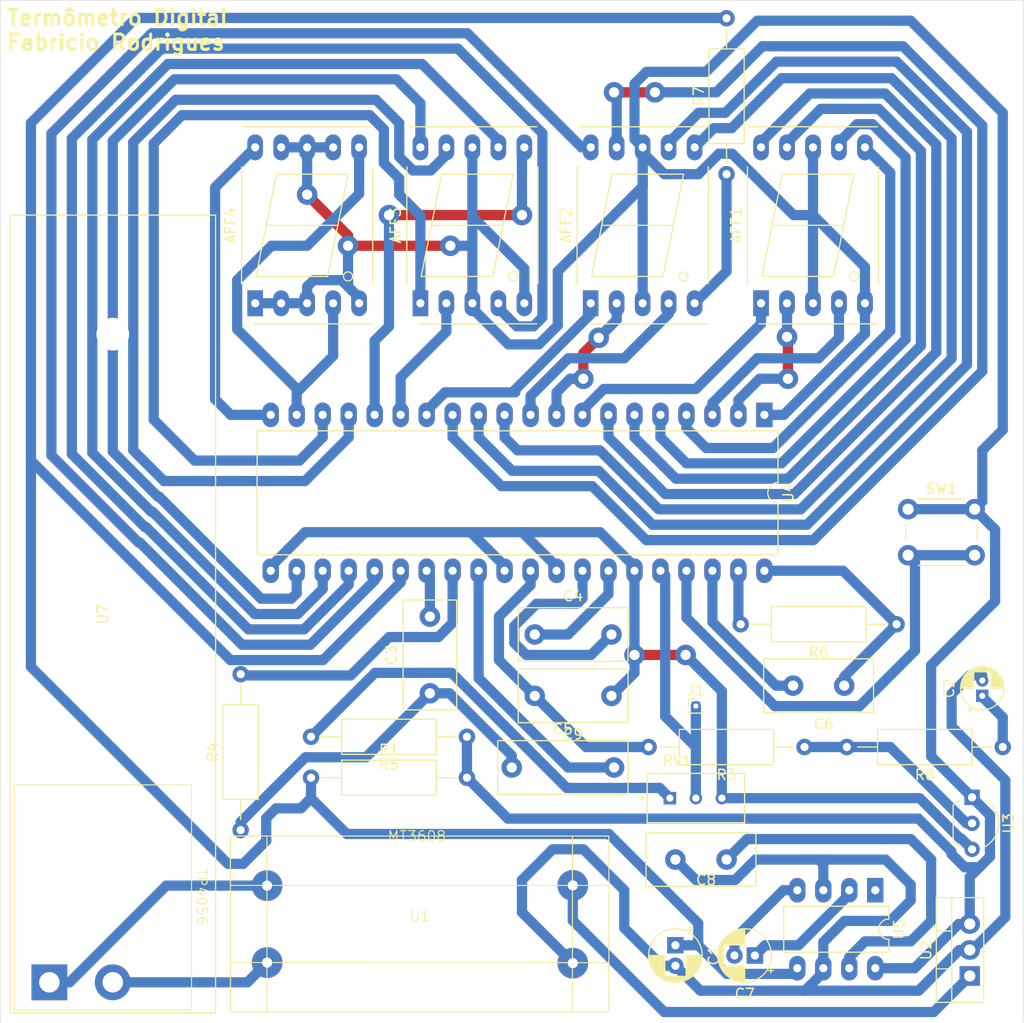
<source format=kicad_pcb>
(kicad_pcb (version 20240108) (generator "pcbnew") (generator_version "8.0")
  (layers (0 "F.Cu" signal) (31 "B.Cu" signal) (34 "B.Paste" user) (35 "F.Paste" user) (36 "B.SilkS" user "B.Silkscreen") (37 "F.SilkS" user "F.Silkscreen") (38 "B.Mask" user) (39 "F.Mask" user) (44 "Edge.Cuts" user))
  (net 0 "")
  (net 1 "Net-(AFF1-b)")
  (net 2 "Net-(AFF1-g)")
  (net 3 "Net-(AFF1-e)")
  (net 4 "Net-(AFF1-c)")
  (net 5 "Net-(AFF1-a)")
  (net 6 "Net-(AFF1-f)")
  (net 7 "Net-(AFF1-d)")
  (net 8 "Net-(AFF2-e)")
  (net 9 "Net-(AFF2-a)")
  (net 10 "Net-(AFF2-b)")
  (net 11 "Net-(AFF2-g)")
  (net 12 "Net-(AFF2-f)")
  (net 13 "Net-(AFF2-DP)")
  (net 14 "Net-(AFF2-c)")
  (net 15 "Net-(AFF2-d)")
  (net 16 "Net-(AFF3-e)")
  (net 17 "Net-(AFF3-b)")
  (net 18 "Net-(AFF3-c)")
  (net 19 "Net-(AFF3-d)")
  (net 20 "Net-(AFF3-g)")
  (net 21 "Net-(AFF3-a)")
  (net 22 "Net-(AFF3-f)")
  (net 23 "Net-(AFF4-b)")
  (net 24 "Net-(AFF4-g)")
  (net 25 "Net-(U4-INT)")
  (net 26 "Net-(C3-Pad1)")
  (net 27 "Net-(U4-CREF-)")
  (net 28 "Net-(U4-CREF+)")
  (net 29 "Net-(U4-A-Z)")
  (net 30 "Net-(U4-OSC3)")
  (net 31 "Net-(U4-OSC1)")
  (net 32 "Net-(U4-IN_HI)")
  (net 33 "Net-(U3-V_{OUT})")
  (net 34 "Net-(U4-BUFF)")
  (net 35 "Net-(R5-Pad2)")
  (net 36 "Net-(U4-OSC2)")
  (net 37 "GND")
  (net 38 "Net-(C2-Pad1)")
  (net 39 "VEE")
  (net 40 "Net-(U4-TEST)")
  (net 41 "Net-(U5-CAP+)")
  (net 42 "Net-(U5-CAP-)")
  (net 44 "Net-(U5-OSC)")
  (net 45 "VCC")
  (net 46 "Net-(J1-Pin_1)")
  (net 47 "Net-(U1-OUT+)")
  (net 48 "Net-(U1-IN-)")
  (net 49 "Net-(U1-IN+)")
  (footprint "Resistor_THT:R_Axial_DIN0309_L9.0mm_D3.2mm_P15.24mm_Horizontal" (layer "F.Cu") (at 209.62 119 180)
    (property "Reference" "R3")
    (property "Value" "1M")
  )
  (footprint "Resistor_THT:R_Axial_DIN0309_L9.0mm_D3.2mm_P15.24mm_Horizontal" (layer "F.Cu") (at 161.38 122)
    (property "Reference" "R1")
    (property "Value" "10k")
  )
  (footprint "Package_DIP:DIP-40_W15.24mm_LongPads" (layer "F.Cu") (at 205.7 86.53 -90)
    (property "Reference" "U4")
    (property "Value" "ICL7107CPL")
  )
  (footprint "Capacitor_THT:C_Disc_D12.5mm_W5.0mm_P10.00mm" (layer "F.Cu") (at 181 121)
    (property "Reference" "C5")
    (property "Value" "0.47uF")
  )
  (footprint "Capacitor_THT:CP_Radial_D5.0mm_P2.00mm" (layer "F.Cu") (at 204.772792 139.38 180)
    (property "Reference" "C7")
    (property "Value" "10uF")
  )
  (footprint "Package_TO_SOT_THT:TO-220-3_Vertical" (layer "F.Cu") (at 225.772792 141.38 90)
    (property "Reference" "U2")
    (property "Value" "L7805")
  )
  (footprint "Resistor_THT:R_Axial_DIN0309_L9.0mm_D3.2mm_P15.24mm_Horizontal" (layer "F.Cu") (at 202 63 90)
    (property "Reference" "R7")
    (property "Value" "1k5")
  )
  (footprint "Display_7Segment:7SegmentLED_LTS6760_LTS6780" (layer "F.Cu") (at 155.92 75.62 90)
    (property "Reference" "AFF4")
    (property "Value" "LTS-6960HR")
  )
  (footprint "Library:BatteryHolder_MPD_BH-18650-PC2" (layer "F.Cu") (at 142 70 -90)
    (property "Reference" "U7")
    (property "Value" "18650")
  )
  (footprint "Button_Switch_THT:SW_PUSH_6mm" (layer "F.Cu") (at 219.75 95.75)
    (property "Reference" "SW1")
    (property "Value" "SW_Push")
  )
  (footprint "Capacitor_THT:CP_Radial_D5.0mm_P2.00mm" (layer "F.Cu") (at 197 138.38 -90)
    (property "Reference" "C1")
    (property "Value" "10uF")
  )
  (footprint "Display_7Segment:7SegmentLED_LTS6760_LTS6780" (layer "F.Cu") (at 188.72 75.62 90)
    (property "Reference" "AFF2")
    (property "Value" "LTS-6960HR")
  )
  (footprint "Capacitor_THT:C_Disc_D10.5mm_W5.0mm_P7.50mm" (layer "F.Cu") (at 173 113.75 90)
    (property "Reference" "C3")
    (property "Value" "0.22uF")
  )
  (footprint "Connector_PinHeader_1.00mm:PinHeader_1x01_P1.00mm_Vertical" (layer "F.Cu") (at 199 115)
    (property "Reference" "J1")
    (property "Value" "Conn_01x01_Pin")
  )
  (footprint "Library:TRIM_3296W-1-250" (layer "F.Cu") (at 199 124)
    (property "Reference" "RV1")
    (property "Value" "10k")
  )
  (footprint "Display_7Segment:7SegmentLED_LTS6760_LTS6780" (layer "F.Cu") (at 172.07 75.62 90)
    (property "Reference" "AFF3")
    (property "Value" "LTS-6960HR")
  )
  (footprint "Library:MT3608" (layer "F.Cu") (at 172 136)
    (property "Reference" "U1")
    (property "Value" "MT3608")
  )
  (footprint "Library:TP4056" (layer "F.Cu") (at 142 134 -90)
    (property "Reference" "U6")
    (property "Value" "~")
  )
  (footprint "Capacitor_THT:C_Disc_D10.5mm_W5.0mm_P5.00mm" (layer "F.Cu") (at 202 130 180)
    (property "Reference" "C8")
    (property "Value" "1nF")
  )
  (footprint "Resistor_THT:R_Axial_DIN0309_L9.0mm_D3.2mm_P15.24mm_Horizontal" (layer "F.Cu") (at 229 119 180)
    (property "Reference" "R8")
    (property "Value" "75")
  )
  (footprint "Display_7Segment:7SegmentLED_LTS6760_LTS6780" (layer "F.Cu") (at 205.37 75.62 90)
    (property "Reference" "AFF1")
    (property "Value" "LTS-6960HR")
  )
  (footprint "Capacitor_THT:CP_Radial_D4.0mm_P1.50mm" (layer "F.Cu") (at 227 114 90)
    (property "Reference" "C2")
    (property "Value" "1uF")
  )
  (footprint "Capacitor_THT:C_Disc_D10.5mm_W5.0mm_P5.00mm" (layer "F.Cu") (at 213.5 113 180)
    (property "Reference" "C6")
    (property "Value" "100pF")
  )
  (footprint "Package_DIP:DIP-8_W7.62mm_LongPads" (layer "F.Cu") (at 216.54 133 -90)
    (property "Reference" "U5")
    (property "Value" "ICL7660")
  )
  (footprint "Resistor_THT:R_Axial_DIN0309_L9.0mm_D3.2mm_P15.24mm_Horizontal" (layer "F.Cu") (at 154.5 127.12 90)
    (property "Reference" "R4")
    (property "Value" "47K")
  )
  (footprint "Package_TO_SOT_THT:TO-92_Inline_Wide" (layer "F.Cu") (at 226 123.92 -90)
    (property "Reference" "U3")
    (property "Value" "LM35-LP")
  )
  (footprint "Resistor_THT:R_Axial_DIN0309_L9.0mm_D3.2mm_P15.24mm_Horizontal" (layer "F.Cu") (at 218.62 107 180)
    (property "Reference" "R6")
    (property "Value" "100k")
  )
  (footprint "Capacitor_THT:C_Disc_D10.5mm_W5.0mm_P7.50mm" (layer "F.Cu") (at 190.75 114 180)
    (property "Reference" "C9")
    (property "Value" "0.01uF")
  )
  (footprint "Capacitor_THT:C_Disc_D10.5mm_W5.0mm_P7.50mm" (layer "F.Cu") (at 183.25 108)
    (property "Reference" "C4")
    (property "Value" "0.1uF")
  )
  (footprint "Resistor_THT:R_Axial_DIN0309_L9.0mm_D3.2mm_P15.24mm_Horizontal" (layer "F.Cu") (at 176.62 118 180)
    (property "Reference" "R5")
    (property "Value" "24K")
  )
  (gr_rect (start 131 46) (end 231 146) (stroke (width 0.05)) (fill none) (layer "Edge.Cuts"))
  (gr_text "Termômetro Digital\nFabricio Rodrigues" (at 131.5 51 0) (layer "F.SilkS") (effects (font (size 1.5 1.5) (thickness 0.3) (bold yes)) (justify left bottom)))
  (segment (start 198.08 87.85) (end 200 89.77) (width 1) (layer "B.Cu") (net 1))
  (segment (start 198.08 86.53) (end 198.08 87.85) (width 1) (layer "B.Cu") (net 1))
  (segment (start 218 62.85) (end 215.53 60.38) (width 1) (layer "B.Cu") (net 1))
  (segment (start 206.545 89.77) (end 218 78.315) (width 1) (layer "B.Cu") (net 1))
  (segment (start 218 78.315) (end 218 62.85) (width 1) (layer "B.Cu") (net 1))
  (segment (start 200 89.77) (end 206.545 89.77) (width 1) (layer "B.Cu") (net 1))
  (segment (start 190.46 88.73) (end 196 94.27) (width 1) (layer "B.Cu") (net 2))
  (segment (start 217.502484 55.118) (end 210.132 55.118) (width 1) (layer "B.Cu") (net 2))
  (segment (start 222.5 60.115516) (end 217.502484 55.118) (width 1) (layer "B.Cu") (net 2))
  (segment (start 208.62132 94.27) (end 222.5 80.39132) (width 1) (layer "B.Cu") (net 2))
  (segment (start 222.5 80.39132) (end 222.5 60.115516) (width 1) (layer "B.Cu") (net 2))
  (segment (start 205.37 59.88) (end 205.37 60.38) (width 1) (layer "B.Cu") (net 2))
  (segment (start 190.46 86.53) (end 190.46 88.73) (width 1) (layer "B.Cu") (net 2))
  (segment (start 210.132 55.118) (end 205.37 59.88) (width 1) (layer "B.Cu") (net 2))
  (segment (start 196 94.27) (end 208.62132 94.27) (width 1) (layer "B.Cu") (net 2))
  (segment (start 205.37 75.62) (end 205.37 77.63) (width 1) (layer "B.Cu") (net 3))
  (segment (start 199 84) (end 190 84) (width 1) (layer "B.Cu") (net 3))
  (segment (start 190 84) (end 187.92 86.08) (width 1) (layer "B.Cu") (net 3))
  (segment (start 187.92 86.08) (end 187.92 86.53) (width 1) (layer "B.Cu") (net 3))
  (segment (start 205.37 77.63) (end 199 84) (width 1) (layer "B.Cu") (net 3))
  (segment (start 211 81) (end 205 81) (width 1) (layer "B.Cu") (net 4))
  (segment (start 205 81) (end 200.62 85.38) (width 1) (layer "B.Cu") (net 4))
  (segment (start 212.99 79.01) (end 211 81) (width 1) (layer "B.Cu") (net 4))
  (segment (start 200.62 85.38) (end 200.62 86.53) (width 1) (layer "B.Cu") (net 4))
  (segment (start 212.99 75.62) (end 212.99 79.01) (width 1) (layer "B.Cu") (net 4))
  (segment (start 219.5 61.358156) (end 216.259844 58.118) (width 1) (layer "B.Cu") (net 5))
  (segment (start 219.5 79.14868) (end 219.5 61.358156) (width 1) (layer "B.Cu") (net 5))
  (segment (start 214.752 58.118) (end 212.99 59.88) (width 1) (layer "B.Cu") (net 5))
  (segment (start 216.259844 58.118) (end 214.752 58.118) (width 1) (layer "B.Cu") (net 5))
  (segment (start 212.99 59.88) (end 212.99 60.38) (width 1) (layer "B.Cu") (net 5))
  (segment (start 195.54 86.53) (end 195.54 88.73) (width 1) (layer "B.Cu") (net 5))
  (segment (start 207.37868 91.27) (end 219.5 79.14868) (width 1) (layer "B.Cu") (net 5))
  (segment (start 195.54 88.73) (end 198.08 91.27) (width 1) (layer "B.Cu") (net 5))
  (segment (start 198.08 91.27) (end 207.37868 91.27) (width 1) (layer "B.Cu") (net 5))
  (segment (start 193 88.73) (end 197.04 92.77) (width 1) (layer "B.Cu") (net 6))
  (segment (start 211.220156 56.618) (end 207.91 59.928156) (width 1) (layer "B.Cu") (net 6))
  (segment (start 221 60.736836) (end 216.881164 56.618) (width 1) (layer "B.Cu") (net 6))
  (segment (start 221 79.77) (end 221 60.736836) (width 1) (layer "B.Cu") (net 6))
  (segment (start 208 92.77) (end 221 79.77) (width 1) (layer "B.Cu") (net 6))
  (segment (start 193 86.53) (end 193 88.73) (width 1) (layer "B.Cu") (net 6))
  (segment (start 216.881164 56.618) (end 211.220156 56.618) (width 1) (layer "B.Cu") (net 6))
  (segment (start 207.91 59.928156) (end 207.91 60.38) (width 1) (layer "B.Cu") (net 6))
  (segment (start 197.04 92.77) (end 208 92.77) (width 1) (layer "B.Cu") (net 6))
  (segment (start 208 83) (end 208 79) (width 1) (layer "F.Cu") (net 7))
  (segment (start 208 79) (end 207.91 78.91) (width 1) (layer "F.Cu") (net 7))
  (via (at 207.91 78.91) (size 2) (drill 1) (layers "F.Cu" "B.Cu") (net 7))
  (via (at 208 83) (size 2) (drill 1) (layers "F.Cu" "B.Cu") (net 7))
  (segment (start 203.16 86.53) (end 203.16 85.07) (width 1) (layer "B.Cu") (net 7))
  (segment (start 203.16 85.07) (end 205.23 83) (width 1) (layer "B.Cu") (net 7))
  (segment (start 207.91 75.62) (end 207.91 78.91) (width 1) (layer "B.Cu") (net 7))
  (segment (start 205.23 83) (end 208 83) (width 1) (layer "B.Cu") (net 7))
  (segment (start 181.34 84.06781) (end 188.72 76.68781) (width 1) (layer "B.Cu") (net 8))
  (segment (start 174.474416 84.33) (end 181.34 84.33) (width 1) (layer "B.Cu") (net 8))
  (segment (start 172.68 86.53) (end 172.68 86.124416) (width 1) (layer "B.Cu") (net 8))
  (segment (start 181.34 84.33) (end 181.34 84.06781) (width 1) (layer "B.Cu") (net 8))
  (segment (start 172.68 86.124416) (end 174.474416 84.33) (width 1) (layer "B.Cu") (net 8))
  (segment (start 188.72 76.68781) (end 188.72 75.62) (width 1) (layer "B.Cu") (net 8))
  (segment (start 199.268156 57) (end 196.34 59.928156) (width 1) (layer "B.Cu") (net 9))
  (segment (start 181.03 92) (end 189.48736 92) (width 1) (layer "B.Cu") (net 9))
  (segment (start 194.75736 97.27) (end 209.86396 97.27) (width 1) (layer "B.Cu") (net 9))
  (segment (start 196.34 59.928156) (end 196.34 60.38) (width 1) (layer "B.Cu") (net 9))
  (segment (start 177.76 86.53) (end 177.76 88.73) (width 1) (layer "B.Cu") (net 9))
  (segment (start 206.87868 52) (end 201.87868 57) (width 1) (layer "B.Cu") (net 9))
  (segment (start 225.5 58.872876) (end 218.627124 52) (width 1) (layer "B.Cu") (net 9))
  (segment (start 177.76 88.73) (end 181.03 92) (width 1) (layer "B.Cu") (net 9))
  (segment (start 218.627124 52) (end 206.87868 52) (width 1) (layer "B.Cu") (net 9))
  (segment (start 225.5 81.63396) (end 225.5 58.872876) (width 1) (layer "B.Cu") (net 9))
  (segment (start 189.48736 92) (end 194.75736 97.27) (width 1) (layer "B.Cu") (net 9))
  (segment (start 201.87868 57) (end 199.268156 57) (width 1) (layer "B.Cu") (net 9))
  (segment (start 209.86396 97.27) (end 225.5 81.63396) (width 1) (layer "B.Cu") (net 9))
  (segment (start 207.382 53.618) (end 202.5 58.5) (width 1) (layer "B.Cu") (net 10))
  (segment (start 189.60868 90) (end 195.37868 95.77) (width 1) (layer "B.Cu") (net 10))
  (segment (start 181.57 90) (end 189.60868 90) (width 1) (layer "B.Cu") (net 10))
  (segment (start 218.123804 53.618) (end 207.382 53.618) (width 1) (layer "B.Cu") (net 10))
  (segment (start 224 81.01264) (end 224 59.494196) (width 1) (layer "B.Cu") (net 10))
  (segment (start 195.37868 95.77) (end 209.24264 95.77) (width 1) (layer "B.Cu") (net 10))
  (segment (start 209.24264 95.77) (end 224 81.01264) (width 1) (layer "B.Cu") (net 10))
  (segment (start 224 59.494196) (end 218.123804 53.618) (width 1) (layer "B.Cu") (net 10))
  (segment (start 202.5 58.5) (end 200.76 58.5) (width 1) (layer "B.Cu") (net 10))
  (segment (start 200.76 58.5) (end 198.88 60.38) (width 1) (layer "B.Cu") (net 10))
  (segment (start 180.3 88.73) (end 181.57 90) (width 1) (layer "B.Cu") (net 10))
  (segment (start 180.3 86.53) (end 180.3 88.73) (width 1) (layer "B.Cu") (net 10))
  (segment (start 136 59.03) (end 136 90.48528) (width 1) (layer "B.Cu") (net 11))
  (segment (start 167.6 102.71396) (end 167.6 101.77) (width 1) (layer "B.Cu") (net 11))
  (segment (start 187.82 60.38) (end 176.67 49.23) (width 1) (layer "B.Cu") (net 11))
  (segment (start 161.31396 109) (end 167.6 102.71396) (width 1) (layer "B.Cu") (net 11))
  (segment (start 154.63604 109) (end 161.31396 109) (width 1) (layer "B.Cu") (net 11))
  (segment (start 144.63604 99) (end 154.63604 109) (width 1) (layer "B.Cu") (net 11))
  (segment (start 144.51472 99) (end 144.63604 99) (width 1) (layer "B.Cu") (net 11))
  (segment (start 176.67 49.23) (end 145.8 49.23) (width 1) (layer "B.Cu") (net 11))
  (segment (start 136 90.48528) (end 144.51472 99) (width 1) (layer "B.Cu") (net 11))
  (segment (start 145.8 49.23) (end 136 59.03) (width 1) (layer "B.Cu") (net 11))
  (segment (start 188.72 60.38) (end 187.82 60.38) (width 1) (layer "B.Cu") (net 11))
  (segment (start 191 55) (end 195 55) (width 1) (layer "F.Cu") (net 12))
  (via (at 195 55) (size 2) (drill 1) (layers "F.Cu" "B.Cu") (net 12))
  (via (at 191 55) (size 2) (drill 1) (layers "F.Cu" "B.Cu") (net 12))
  (segment (start 191 55) (end 191.26 55.26) (width 1) (layer "B.Cu") (net 12))
  (segment (start 179.99 93.5) (end 188.86604 93.5) (width 1) (layer "B.Cu") (net 12))
  (segment (start 188.86604 93.5) (end 194.13604 98.77) (width 1) (layer "B.Cu") (net 12))
  (segment (start 191.26 55.26) (end 191.26 60.38) (width 1) (layer "B.Cu") (net 12))
  (segment (start 227 58.251556) (end 219.248444 50.5) (width 1) (layer "B.Cu") (net 12))
  (segment (start 205.5 50.5) (end 201 55) (width 1) (layer "B.Cu") (net 12))
  (segment (start 201 55) (end 195 55) (width 1) (layer "B.Cu") (net 12))
  (segment (start 227 81.77) (end 227 58.251556) (width 1) (layer "B.Cu") (net 12))
  (segment (start 175.22 86.53) (end 175.22 88.73) (width 1) (layer "B.Cu") (net 12))
  (segment (start 175.22 88.73) (end 179.99 93.5) (width 1) (layer "B.Cu") (net 12))
  (segment (start 219.248444 50.5) (end 205.5 50.5) (width 1) (layer "B.Cu") (net 12))
  (segment (start 194.13604 98.77) (end 210.48528 98.77) (width 1) (layer "B.Cu") (net 12))
  (segment (start 227 82.25528) (end 227 81.77) (width 1) (layer "B.Cu") (net 12))
  (segment (start 210.48528 98.77) (end 227 82.25528) (width 1) (layer "B.Cu") (net 12))
  (segment (start 202 72.5) (end 202 63) (width 1) (layer "B.Cu") (net 13))
  (segment (start 198.88 75.62) (end 202 72.5) (width 1) (layer "B.Cu") (net 13))
  (segment (start 186.52913 81) (end 192 81) (width 1) (layer "B.Cu") (net 14))
  (segment (start 182.84 84.68913) (end 186.52913 81) (width 1) (layer "B.Cu") (net 14))
  (segment (start 182.84 86.53) (end 182.84 84.68913) (width 1) (layer "B.Cu") (net 14))
  (segment (start 196.34 76.66) (end 196.34 75.62) (width 1) (layer "B.Cu") (net 14))
  (segment (start 192 81) (end 196.34 76.66) (width 1) (layer "B.Cu") (net 14))
  (segment (start 188 83) (end 188 80.5) (width 1) (layer "F.Cu") (net 15))
  (segment (start 189.5 79.02) (end 189.5 79) (width 1) (layer "F.Cu") (net 15))
  (segment (start 188 80.5) (end 189.5 79) (width 1) (layer "F.Cu") (net 15))
  (via (at 188 83) (size 2) (drill 1) (layers "F.Cu" "B.Cu") (net 15))
  (via (at 189.5 79) (size 2) (drill 1) (layers "F.Cu" "B.Cu") (net 15))
  (segment (start 191.26 77.24) (end 191.26 75.62) (width 1) (layer "B.Cu") (net 15))
  (segment (start 185.38 84.33) (end 185.38 86.53) (width 1) (layer "B.Cu") (net 15))
  (segment (start 188 83) (end 186.71 83) (width 1) (layer "B.Cu") (net 15))
  (segment (start 186.71 83) (end 185.38 84.33) (width 1) (layer "B.Cu") (net 15))
  (segment (start 189.5 79) (end 191.26 77.24) (width 1) (layer "B.Cu") (net 15))
  (segment (start 160.25 91) (end 162.52 88.73) (width 1) (layer "B.Cu") (net 16))
  (segment (start 167.10868 57.23) (end 148.77 57.23) (width 1) (layer "B.Cu") (net 16))
  (segment (start 172.07 75.62) (end 172.07 67.07) (width 1) (layer "B.Cu") (net 16))
  (segment (start 162.52 88.73) (end 162.52 86.53) (width 1) (layer "B.Cu") (net 16))
  (segment (start 170 63.423164) (end 168.5 61.923164) (width 1) (layer "B.Cu") (net 16))
  (segment (start 172.07 67.07) (end 170 65) (width 1) (layer "B.Cu") (net 16))
  (segment (start 146 87) (end 150 91) (width 1) (layer "B.Cu") (net 16))
  (segment (start 146 60) (end 146 87) (width 1) (layer "B.Cu") (net 16))
  (segment (start 170 65) (end 170 63.423164) (width 1) (layer "B.Cu") (net 16))
  (segment (start 168.5 61.923164) (end 168.5 58.62132) (width 1) (layer "B.Cu") (net 16))
  (segment (start 148.77 57.23) (end 146 60) (width 1) (layer "B.Cu") (net 16))
  (segment (start 168.5 58.62132) (end 167.10868 57.23) (width 1) (layer "B.Cu") (net 16))
  (segment (start 150 91) (end 160.25 91) (width 1) (layer "B.Cu") (net 16))
  (segment (start 169 67) (end 182 67) (width 1) (layer "F.Cu") (net 17))
  (via (at 169 67) (size 2) (drill 1) (layers "F.Cu" "B.Cu") (net 17))
  (via (at 182 67) (size 2) (drill 1) (layers "F.Cu" "B.Cu") (net 17))
  (segment (start 169 67) (end 169 77.882) (width 1) (layer "B.Cu") (net 17))
  (segment (start 169 77.882) (end 167.6 79.282) (width 1) (layer "B.Cu") (net 17))
  (segment (start 182.23 60.38) (end 182 60.61) (width 1) (layer "B.Cu") (net 17))
  (segment (start 182 60.61) (end 182 67) (width 1) (layer "B.Cu") (net 17))
  (segment (start 167.6 79.282) (end 167.6 86.53) (width 1) (layer "B.Cu") (net 17))
  (segment (start 160.69264 107.5) (end 155.25736 107.5) (width 1) (layer "B.Cu") (net 18))
  (segment (start 165.06 101.77) (end 165.06 103.13264) (width 1) (layer "B.Cu") (net 18))
  (segment (start 184 77) (end 183.118 77.882) (width 1) (layer "B.Cu") (net 18))
  (segment (start 165.06 103.13264) (end 160.69264 107.5) (width 1) (layer "B.Cu") (net 18))
  (segment (start 138 90.36396) (end 138 59.49953) (width 1) (layer "B.Cu") (net 18))
  (segment (start 145.13604 97.5) (end 138 90.36396) (width 1) (layer "B.Cu") (net 18))
  (segment (start 146.76953 50.73) (end 175.73 50.73) (width 1) (layer "B.Cu") (net 18))
  (segment (start 179.69 76.071844) (end 179.69 75.62) (width 1) (layer "B.Cu") (net 18))
  (segment (start 181.500156 77.882) (end 179.69 76.071844) (width 1) (layer "B.Cu") (net 18))
  (segment (start 138 59.49953) (end 146.76953 50.73) (width 1) (layer "B.Cu") (net 18))
  (segment (start 184 59) (end 184 77) (width 1) (layer "B.Cu") (net 18))
  (segment (start 155.25736 107.5) (end 145.25736 97.5) (width 1) (layer "B.Cu") (net 18))
  (segment (start 145.25736 97.5) (end 145.13604 97.5) (width 1) (layer "B.Cu") (net 18))
  (segment (start 175.73 50.73) (end 184 59) (width 1) (layer "B.Cu") (net 18))
  (segment (start 183.118 77.882) (end 181.500156 77.882) (width 1) (layer "B.Cu") (net 18))
  (segment (start 170.14 86.53) (end 170.14 82.86) (width 1) (layer "B.Cu") (net 19))
  (segment (start 170.14 82.86) (end 174.61 78.39) (width 1) (layer "B.Cu") (net 19))
  (segment (start 174.61 78.39) (end 174.61 75.62) (width 1) (layer "B.Cu") (net 19))
  (segment (start 142 59.74217) (end 142 90.12132) (width 1) (layer "B.Cu") (net 20))
  (segment (start 172.07 56.07) (end 169.73 53.73) (width 1) (layer "B.Cu") (net 20))
  (segment (start 159.45 104.5) (end 159.98 103.97) (width 1) (layer "B.Cu") (net 20))
  (segment (start 156.5 104.5) (end 159.45 104.5) (width 1) (layer "B.Cu") (net 20))
  (segment (start 159.98 103.97) (end 159.98 101.77) (width 1) (layer "B.Cu") (net 20))
  (segment (start 172.07 60.38) (end 172.07 56.07) (width 1) (layer "B.Cu") (net 20))
  (segment (start 146.37868 94.5) (end 146.5 94.5) (width 1) (layer "B.Cu") (net 20))
  (segment (start 148.01217 53.73) (end 142 59.74217) (width 1) (layer "B.Cu") (net 20))
  (segment (start 146.5 94.5) (end 156.5 104.5) (width 1) (layer "B.Cu") (net 20))
  (segment (start 142 90.12132) (end 146.37868 94.5) (width 1) (layer "B.Cu") (net 20))
  (segment (start 169.73 53.73) (end 148.01217 53.73) (width 1) (layer "B.Cu") (net 20))
  (segment (start 160.07132 106) (end 155.87868 106) (width 1) (layer "B.Cu") (net 21))
  (segment (start 162.52 101.77) (end 162.52 103.55132) (width 1) (layer "B.Cu") (net 21))
  (segment (start 145.87868 96) (end 145.75736 96) (width 1) (layer "B.Cu") (net 21))
  (segment (start 155.87868 106) (end 145.87868 96) (width 1) (layer "B.Cu") (net 21))
  (segment (start 145.75736 96) (end 140 90.24264) (width 1) (layer "B.Cu") (net 21))
  (segment (start 179.69 59.69) (end 179.69 60.38) (width 1) (layer "B.Cu") (net 21))
  (segment (start 140 59.62085) (end 147.39085 52.23) (width 1) (layer "B.Cu") (net 21))
  (segment (start 140 90.24264) (end 140 59.62085) (width 1) (layer "B.Cu") (net 21))
  (segment (start 147.39085 52.23) (end 172.23 52.23) (width 1) (layer "B.Cu") (net 21))
  (segment (start 172.23 52.23) (end 179.69 59.69) (width 1) (layer "B.Cu") (net 21))
  (segment (start 162.52 103.55132) (end 160.07132 106) (width 1) (layer "B.Cu") (net 21))
  (segment (start 173.078922 62.642) (end 174.61 61.110922) (width 1) (layer "B.Cu") (net 22))
  (segment (start 165.06 88.73) (end 160.79 93) (width 1) (layer "B.Cu") (net 22))
  (segment (start 144 59.87868) (end 148.14868 55.73) (width 1) (layer "B.Cu") (net 22))
  (segment (start 144 90) (end 144 59.87868) (width 1) (layer "B.Cu") (net 22))
  (segment (start 170 58) (end 170 61.301844) (width 1) (layer "B.Cu") (net 22))
  (segment (start 170 61.301844) (end 171.340156 62.642) (width 1) (layer "B.Cu") (net 22))
  (segment (start 165.06 86.53) (end 165.06 88.73) (width 1) (layer "B.Cu") (net 22))
  (segment (start 147 93) (end 144 90) (width 1) (layer "B.Cu") (net 22))
  (segment (start 167.73 55.73) (end 170 58) (width 1) (layer "B.Cu") (net 22))
  (segment (start 148.14868 55.73) (end 167.73 55.73) (width 1) (layer "B.Cu") (net 22))
  (segment (start 171.340156 62.642) (end 173.078922 62.642) (width 1) (layer "B.Cu") (net 22))
  (segment (start 174.61 61.110922) (end 174.61 60.38) (width 1) (layer "B.Cu") (net 22))
  (segment (start 160.79 93) (end 147 93) (width 1) (layer "B.Cu") (net 22))
  (segment (start 154.158 73.358) (end 154.158 78.158) (width 1) (layer "B.Cu") (net 23))
  (segment (start 159.98 86.53) (end 159.98 84.33) (width 1) (layer "B.Cu") (net 23))
  (segment (start 157.516 70) (end 154.158 73.358) (width 1) (layer "B.Cu") (net 23))
  (segment (start 166.08 64.92) (end 161 70) (width 1) (layer "B.Cu") (net 23))
  (segment (start 161 70) (end 157.516 70) (width 1) (layer "B.Cu") (net 23))
  (segment (start 154.158 78.158) (end 160.155 84.155) (width 1) (layer "B.Cu") (net 23))
  (segment (start 163.54 75.62) (end 163.54 80.77) (width 1) (layer "B.Cu") (net 23))
  (segment (start 166.08 60.38) (end 166.08 64.92) (width 1) (layer "B.Cu") (net 23))
  (segment (start 163.54 80.77) (end 159.98 84.33) (width 1) (layer "B.Cu") (net 23))
  (segment (start 152 85) (end 152 64.3) (width 1) (layer "B.Cu") (net 24))
  (segment (start 153.53 86.53) (end 152 85) (width 1) (layer "B.Cu") (net 24))
  (segment (start 157.44 86.53) (end 153.53 86.53) (width 1) (layer "B.Cu") (net 24))
  (segment (start 152 64.3) (end 155.92 60.38) (width 1) (layer "B.Cu") (net 24))
  (segment (start 173 106.25) (end 173 102.09) (width 1) (layer "B.Cu") (net 25))
  (segment (start 173 102.09) (end 172.68 101.77) (width 1) (layer "B.Cu") (net 25))
  (segment (start 166.75 120) (end 160.834415 120) (width 1) (layer "B.Cu") (net 26))
  (segment (start 173 113.75) (end 166.75 120) (width 1) (layer "B.Cu") (net 26))
  (segment (start 181 121) (end 181 119.834415) (width 1) (layer "B.Cu") (net 26))
  (segment (start 154.5 126.334415) (end 154.5 127.12) (width 1) (layer "B.Cu") (net 26))
  (segment (start 181 119.834415) (end 174.915585 113.75) (width 1) (layer "B.Cu") (net 26))
  (segment (start 174.915585 113.75) (end 173 113.75) (width 1) (layer "B.Cu") (net 26))
  (segment (start 160.834415 120) (end 154.5 126.334415) (width 1) (layer "B.Cu") (net 26))
  (segment (start 182.421572 110) (end 181.25 108.828428) (width 1) (layer "B.Cu") (net 27))
  (segment (start 183.421572 105) (end 187.38434 105) (width 1) (layer "B.Cu") (net 27))
  (segment (start 190.75 108) (end 188.75 110) (width 1) (layer "B.Cu") (net 27))
  (segment (start 187.92 104.46434) (end 187.92 101.77) (width 1) (layer "B.Cu") (net 27))
  (segment (start 188.75 110) (end 182.421572 110) (width 1) (layer "B.Cu") (net 27))
  (segment (start 187.38434 105) (end 187.92 104.46434) (width 1) (layer "B.Cu") (net 27))
  (segment (start 181.25 108.828428) (end 181.25 107.171572) (width 1) (layer "B.Cu") (net 27))
  (segment (start 181.25 107.171572) (end 183.421572 105) (width 1) (layer "B.Cu") (net 27))
  (segment (start 186.50566 108) (end 190.46 104.04566) (width 1) (layer "B.Cu") (net 28))
  (segment (start 183.25 108) (end 186.50566 108) (width 1) (layer "B.Cu") (net 28))
  (segment (start 190.46 104.04566) (end 190.46 101.77) (width 1) (layer "B.Cu") (net 28))
  (segment (start 191 121) (end 186.5 121) (width 1) (layer "B.Cu") (net 29))
  (segment (start 186.5 121) (end 177.76 112.26) (width 1) (layer "B.Cu") (net 29))
  (segment (start 177.76 112.26) (end 177.76 101.77) (width 1) (layer "B.Cu") (net 29))
  (segment (start 200.62 106.785585) (end 200.62 101.77) (width 1) (layer "B.Cu") (net 30))
  (segment (start 208.5 113) (end 206.834415 113) (width 1) (layer "B.Cu") (net 30))
  (segment (start 206.834415 113) (end 200.62 106.785585) (width 1) (layer "B.Cu") (net 30))
  (segment (start 213.5 112.12) (end 218.62 107) (width 1) (layer "B.Cu") (net 31))
  (segment (start 213.5 113) (end 213.5 112.12) (width 1) (layer "B.Cu") (net 31))
  (segment (start 205.7 101.77) (end 213.39 101.77) (width 1) (layer "B.Cu") (net 31))
  (segment (start 213.39 101.77) (end 218.62 107) (width 1) (layer "B.Cu") (net 31))
  (segment (start 188.25 119) (end 183.25 114) (width 1) (layer "B.Cu") (net 32))
  (segment (start 183.25 114) (end 179.75 110.5) (width 1) (layer "B.Cu") (net 32))
  (segment (start 194.38 119) (end 188.25 119) (width 1) (layer "B.Cu") (net 32))
  (segment (start 179.75 106.25) (end 182.84 103.16) (width 1) (layer "B.Cu") (net 32))
  (segment (start 179.75 110.5) (end 179.75 106.25) (width 1) (layer "B.Cu") (net 32))
  (segment (start 182.84 103.16) (end 182.84 101.77) (width 1) (layer "B.Cu") (net 32))
  (segment (start 226 126.46) (end 225.46 126.46) (width 1) (layer "B.Cu") (net 33))
  (segment (start 213.76 119) (end 209.62 119) (width 1) (layer "B.Cu") (net 33))
  (segment (start 225.46 126.46) (end 218 119) (width 1) (layer "B.Cu") (net 33))
  (segment (start 218 119) (end 213.76 119) (width 1) (layer "B.Cu") (net 33))
  (segment (start 175.22 106.858428) (end 175.22 101.77) (width 1) (layer "B.Cu") (net 34))
  (segment (start 165.25868 112) (end 169.00868 108.25) (width 1) (layer "B.Cu") (net 34))
  (segment (start 154.5 112) (end 165.25868 112) (width 1) (layer "B.Cu") (net 34))
  (segment (start 169.00868 108.25) (end 173.828428 108.25) (width 1) (layer "B.Cu") (net 34))
  (segment (start 173.828428 108.25) (end 175.22 106.858428) (width 1) (layer "B.Cu") (net 34))
  (segment (start 195.46 123) (end 186.37868 123) (width 1) (layer "B.Cu") (net 35))
  (segment (start 175.12868 111.75) (end 167.63 111.75) (width 1) (layer "B.Cu") (net 35))
  (segment (start 186.37868 123) (end 175.12868 111.75) (width 1) (layer "B.Cu") (net 35))
  (segment (start 196.46 124) (end 195.46 123) (width 1) (layer "B.Cu") (net 35))
  (segment (start 167.63 111.75) (end 161.38 118) (width 1) (layer "B.Cu") (net 35))
  (segment (start 203.16 106.78) (end 203.38 107) (width 1) (layer "B.Cu") (net 36))
  (segment (start 203.16 101.77) (end 203.16 106.78) (width 1) (layer "B.Cu") (net 36))
  (segment (start 198 110) (end 193 110) (width 1) (layer "F.Cu") (net 37))
  (via (at 193 110) (size 2) (drill 1) (layers "F.Cu" "B.Cu") (net 37))
  (via (at 198 110) (size 2) (drill 1) (layers "F.Cu" "B.Cu") (net 37))
  (segment (start 192 136.689848) (end 192 133) (width 1) (layer "B.Cu") (net 37))
  (segment (start 157.44 101.77) (end 157.44 101.364416) (width 1) (layer "B.Cu") (net 37))
  (segment (start 211.46 140.62) (end 211.46 141.025584) (width 1) (layer "B.Cu") (net 37))
  (segment (start 229.25 135.631544) (end 229.25 122.25) (width 1) (layer "B.Cu") (net 37))
  (segment (start 182 132) (end 182 135.16) (width 1) (layer "B.Cu") (net 37))
  (segment (start 220 132.46) (end 217.54 130) (width 1) (layer "B.Cu") (net 37))
  (segment (start 201.54 124) (end 201.54 113.54) (width 1) (layer "B.Cu") (net 37))
  (segment (start 211.46 140.62) (end 211.46 138.066904) (width 1) (layer "B.Cu") (net 37))
  (segment (start 197 140.38) (end 195.690152 140.38) (width 1) (layer "B.Cu") (net 37))
  (segment (start 217.54 130) (end 211 130) (width 1) (layer "B.Cu") (net 37))
  (segment (start 213.526904 136) (end 218 136) (width 1) (layer "B.Cu") (net 37))
  (segment (start 224 113.8) (end 225.8 112) (width 1) (layer "B.Cu") (net 37))
  (segment (start 225.8 112) (end 227 112) (width 1) (layer "B.Cu") (net 37))
  (segment (start 160.804416 98) (end 177 98) (width 1) (layer "B.Cu") (net 37))
  (segment (start 199.44 142.82) (end 197 140.38) (width 1) (layer "B.Cu") (net 37))
  (segment (start 202.828428 132) (end 199 132) (width 1) (layer "B.Cu") (net 37))
  (segment (start 193 111.75) (end 193 110) (width 1) (layer "B.Cu") (net 37))
  (segment (start 195.690152 140.38) (end 192 136.689848) (width 1) (layer "B.Cu") (net 37))
  (segment (start 204.828428 130) (end 202.828428 132) (width 1) (layer "B.Cu") (net 37))
  (segment (start 177 98) (end 180.3 101.3) (width 1) (layer "B.Cu") (net 37))
  (segment (start 211.46 141.025584) (end 209.665584 142.82) (width 1) (layer "B.Cu") (net 37))
  (segment (start 180.3 101.3) (end 180.3 101.77) (width 1) (layer "B.Cu") (net 37))
  (segment (start 211.46 133) (end 211.46 130.46) (width 1) (layer "B.Cu") (net 37))
  (segment (start 185 129) (end 182 132) (width 1) (layer "B.Cu") (net 37))
  (segment (start 229.25 122.25) (end 224 117) (width 1) (layer "B.Cu") (net 37))
  (segment (start 193 110) (end 193 101.77) (width 1) (layer "B.Cu") (net 37))
  (segment (start 185.38 101.77) (end 185.38 101.364416) (width 1) (layer "B.Cu") (net 37))
  (segment (start 211.46 130.46) (end 211 130) (width 1) (layer "B.Cu") (net 37))
  (segment (start 188 129) (end 185 129) (width 1) (layer "B.Cu") (net 37))
  (segment (start 185.38 101.364416) (end 182.015584 98) (width 1) (layer "B.Cu") (net 37))
  (segment (start 189.635584 98) (end 182.015584 98) (width 1) (layer "B.Cu") (net 37))
  (segment (start 201.54 113.54) (end 199.5 111.5) (width 1) (layer "B.Cu") (net 37))
  (segment (start 224.96 127.96) (end 226 129) (width 1) (layer "B.Cu") (net 37))
  (segment (start 211.46 138.066904) (end 213.526904 136) (width 1) (layer "B.Cu") (net 37))
  (segment (start 190.75 114) (end 193 111.75) (width 1) (layer "B.Cu") (net 37))
  (segment (start 192 133) (end 188 129) (width 1) (layer "B.Cu") (net 37))
  (segment (start 201.54 124) (end 220.87868 124) (width 1) (layer "B.Cu") (net 37))
  (segment (start 193 101.77) (end 193 101.364416) (width 1) (layer "B.Cu") (net 37))
  (segment (start 199.5 111.5) (end 198 110) (width 1) (layer "B.Cu") (net 37))
  (segment (start 182 135.16) (end 186.97 140.13) (width 1) (layer "B.Cu") (net 37))
  (segment (start 209.665584 142.82) (end 199.44 142.82) (width 1) (layer "B.Cu") (net 37))
  (segment (start 224.760146 138.84) (end 220.780146 142.82) (width 1) (layer "B.Cu") (net 37))
  (segment (start 193 101.364416) (end 189.635584 98) (width 1) (layer "B.Cu") (net 37))
  (segment (start 225.772792 138.84) (end 226.041544 138.84) (width 1) (layer "B.Cu") (net 37))
  (segment (start 220 134) (end 220 132.46) (width 1) (layer "B.Cu") (net 37))
  (segment (start 157.44 101.364416) (end 160.804416 98) (width 1) (layer "B.Cu") (net 37))
  (segment (start 220.87868 124) (end 224.83868 127.96) (width 1) (layer "B.Cu") (net 37))
  (segment (start 224.83868 127.96) (end 224.96 127.96) (width 1) (layer "B.Cu") (net 37))
  (segment (start 220.780146 142.82) (end 209.665584 142.82) (width 1) (layer "B.Cu") (net 37))
  (segment (start 199 132) (end 197 130) (width 1) (layer "B.Cu") (net 37))
  (segment (start 182.015584 98) (end 177 98) (width 1) (layer "B.Cu") (net 37))
  (segment (start 226.041544 138.84) (end 229.25 135.631544) (width 1) (layer "B.Cu") (net 37))
  (segment (start 218 136) (end 220 134) (width 1) (layer "B.Cu") (net 37))
  (segment (start 224 117) (end 224 113.8) (width 1) (layer "B.Cu") (net 37))
  (segment (start 225.772792 138.84) (end 224.760146 138.84) (width 1) (layer "B.Cu") (net 37))
  (segment (start 211 130) (end 204.828428 130) (width 1) (layer "B.Cu") (net 37))
  (segment (start 229 116.1) (end 227 114.1) (width 1) (layer "B.Cu") (net 38))
  (segment (start 229 119) (end 229 116.1) (width 1) (layer "B.Cu") (net 38))
  (segment (start 160.917208 124.462792) (end 161.38 124) (width 1) (layer "B.Cu") (net 39))
  (segment (start 200.972792 140.125585) (end 199.227207 138.38) (width 1) (layer "B.Cu") (net 39))
  (segment (start 170.14 102.915) (end 162.555 110.5) (width 1) (layer "B.Cu") (net 39))
  (segment (start 199.227207 138.38) (end 199.227207 138) (width 1) (layer "B.Cu") (net 39))
  (segment (start 164.88 127.5) (end 161.38 124) (width 1) (layer "B.Cu") (net 39))
  (segment (start 134 111.165585) (end 153.254415 130.42) (width 1) (layer "B.Cu") (net 39))
  (segment (start 157.955735 125) (end 160.38 125) (width 1) (layer "B.Cu") (net 39))
  (segment (start 199.227207 136.227207) (end 190.5 127.5) (width 1) (layer "B.Cu") (net 39))
  (segment (start 161.38 124) (end 161.38 122) (width 1) (layer "B.Cu") (net 39))
  (segment (start 202.027207 141.18) (end 200.972792 140.125585) (width 1) (layer "B.Cu") (net 39))
  (segment (start 157 125.955735) (end 157.955735 125) (width 1) (layer "B.Cu") (net 39))
  (segment (start 208.92 140.62) (end 208.36 141.18) (width 1) (layer "B.Cu") (net 39))
  (segment (start 199.227207 138) (end 199.227207 136.227207) (width 1) (layer "B.Cu") (net 39))
  (segment (start 144.27 47.73) (end 134 58) (width 1) (layer "B.Cu") (net 39))
  (segment (start 134 91) (end 134 111.165585) (width 1) (layer "B.Cu") (net 39))
  (segment (start 201.97 47.73) (end 144.27 47.73) (width 1) (layer "B.Cu") (net 39))
  (segment (start 208.36 141.18) (end 202.027207 141.18) (width 1) (layer "B.Cu") (net 39))
  (segment (start 197 138.38) (end 198.847207 138.38) (width 1) (layer "B.Cu") (net 39))
  (segment (start 198.847207 138.38) (end 199.227207 138) (width 1) (layer "B.Cu") (net 39))
  (segment (start 162.555 110.5) (end 153.5 110.5) (width 1) (layer "B.Cu") (net 39))
  (segment (start 157 128.165585) (end 157 125.955735) (width 1) (layer "B.Cu") (net 39))
  (segment (start 153.5 110.5) (end 134 91) (width 1) (layer "B.Cu") (net 39))
  (segment (start 170.14 101.77) (end 170.14 102.915) (width 1) (layer "B.Cu") (net 39))
  (segment (start 202 47.76) (end 201.97 47.73) (width 1) (layer "B.Cu") (net 39))
  (segment (start 134 58) (end 134 91) (width 1) (layer "B.Cu") (net 39))
  (segment (start 160.38 125) (end 161.38 124) (width 1) (layer "B.Cu") (net 39))
  (segment (start 190.5 127.5) (end 164.88 127.5) (width 1) (layer "B.Cu") (net 39))
  (segment (start 154.745585 130.42) (end 157 128.165585) (width 1) (layer "B.Cu") (net 39))
  (segment (start 153.254415 130.42) (end 154.745585 130.42) (width 1) (layer "B.Cu") (net 39))
  (segment (start 220.42 100.92) (end 219.75 100.25) (width 1) (layer "B.Cu") (net 40))
  (segment (start 198.08 106.366905) (end 206.713095 115) (width 1) (layer "B.Cu") (net 40))
  (segment (start 220.42 109.58) (end 220.42 100.92) (width 1) (layer "B.Cu") (net 40))
  (segment (start 226.25 100.25) (end 219.75 100.25) (width 1) (layer "B.Cu") (net 40))
  (segment (start 206.713095 115) (end 215 115) (width 1) (layer "B.Cu") (net 40))
  (segment (start 215 115) (end 220.42 109.58) (width 1) (layer "B.Cu") (net 40))
  (segment (start 198.08 101.77) (end 198.08 106.366905) (width 1) (layer "B.Cu") (net 40))
  (segment (start 209.025584 138.38) (end 214 133.405584) (width 1) (layer "B.Cu") (net 41))
  (segment (start 204.772792 139.38) (end 205.772792 138.38) (width 1) (layer "B.Cu") (net 41))
  (segment (start 214 133.405584) (end 214 133) (width 1) (layer "B.Cu") (net 41))
  (segment (start 205.772792 138.38) (end 209.025584 138.38) (width 1) (layer "B.Cu") (net 41))
  (segment (start 208.92 133) (end 207.552792 133) (width 1) (layer "B.Cu") (net 42))
  (segment (start 207.552792 133) (end 202.772792 137.78) (width 1) (layer "B.Cu") (net 42))
  (segment (start 202.772792 137.78) (end 202.772792 139.38) (width 1) (layer "B.Cu") (net 42))
  (segment (start 214 139.54) (end 214 140.62) (width 1) (layer "B.Cu") (net 44))
  (segment (start 220 138) (end 215.54 138) (width 1) (layer "B.Cu") (net 44))
  (segment (start 204 128) (end 220 128) (width 1) (layer "B.Cu") (net 44))
  (segment (start 202 130) (end 204 128) (width 1) (layer "B.Cu") (net 44))
  (segment (start 220 128) (end 222 130) (width 1) (layer "B.Cu") (net 44))
  (segment (start 222 130) (end 222 136) (width 1) (layer "B.Cu") (net 44))
  (segment (start 215.54 138) (end 214 139.54) (width 1) (layer "B.Cu") (net 44))
  (segment (start 222 136) (end 220 138) (width 1) (layer "B.Cu") (net 44))
  (segment (start 165 69) (end 161 65) (width 1) (layer "F.Cu") (net 45))
  (segment (start 175 70) (end 165 70) (width 1) (layer "F.Cu") (net 45))
  (segment (start 165 70) (end 165 69) (width 1) (layer "F.Cu") (net 45))
  (via (at 175 70) (size 2) (drill 1) (layers "F.Cu" "B.Cu") (net 45))
  (via (at 161 65) (size 2) (drill 1) (layers "F.Cu" "B.Cu") (net 45))
  (via (at 165 70) (size 2) (drill 1) (layers "F.Cu" "B.Cu") (net 45))
  (segment (start 185.5 72.5) (end 193.8 64.2) (width 1) (layer "B.Cu") (net 45))
  (segment (start 226.25 95.75) (end 228.25 97.75) (width 1) (layer "B.Cu") (net 45))
  (segment (start 210.45 60.38) (end 210.45 67) (width 1) (layer "B.Cu") (net 45))
  (segment (start 207.59132 86.53) (end 215.53 78.59132) (width 1) (layer "B.Cu") (net 45))
  (segment (start 205 48) (end 200 53) (width 1) (layer "B.Cu") (net 45))
  (segment (start 227.75 129.724874) (end 226.737437 130.737437) (width 1) (layer "B.Cu") (net 45))
  (segment (start 210.45 67) (end 208.545585 67) (width 1) (layer "B.Cu") (net 45))
  (segment (start 225.275126 130.75) (end 223.985126 129.46) (width 1) (layer "B.Cu") (net 45))
  (segment (start 215.53 75.62) (end 215.53 72.08) (width 1) (layer "B.Cu") (net 45))
  (segment (start 183.643245 79.643245) (end 185.5 77.78649) (width 1) (layer "B.Cu") (net 45))
  (segment (start 223.985126 129.227766) (end 220.75736 126) (width 1) (layer "B.Cu") (net 45))
  (segment (start 226.724874 130.75) (end 225.275126 130.75) (width 1) (layer "B.Cu") (net 45))
  (segment (start 200 53) (end 194.171572 53) (width 1) (layer "B.Cu") (net 45))
  (segment (start 229 57) (end 220 48) (width 1) (layer "B.Cu") (net 45))
  (segment (start 165 74) (end 164.358 73.358) (width 1) (layer "B.Cu") (net 45))
  (segment (start 161 60.38) (end 161 65) (width 1) (layer "B.Cu") (net 45))
  (segment (start 161.642 73.358) (end 161 74) (width 1) (layer "B.Cu") (net 45))
  (segment (start 166.08 75.08) (end 165 74) (width 1) (layer "B.Cu") (net 45))
  (segment (start 164.358 73.358) (end 161.642 73.358) (width 1) (layer "B.Cu") (net 45))
  (segment (start 182.23 72.23) (end 177.15 67.15) (width 1) (layer "B.Cu") (net 45))
  (segment (start 225.772792 131.702082) (end 226.737437 130.737437) (width 1) (layer "B.Cu") (net 45))
  (segment (start 220.38 140.62) (end 224.7 136.3) (width 1) (layer "B.Cu") (net 45))
  (segment (start 226.737437 130.737437) (end 226.724874 130.75) (width 1) (layer "B.Cu") (net 45))
  (segment (start 177.15 70) (end 175 70) (width 1) (layer "B.Cu") (net 45))
  (segment (start 202.545585 61) (end 201.251844 61) (width 1) (layer "B.Cu") (net 45))
  (segment (start 177.15 75.62) (end 177.15 70) (width 1) (layer "B.Cu") (net 45))
  (segment (start 215.53 72.08) (end 210.45 67) (width 1) (layer "B.Cu") (net 45))
  (segment (start 226.25 95.75) (end 227 95) (width 1) (layer "B.Cu") (net 45))
  (segment (start 199.251844 63) (end 195.92 63) (width 1) (layer "B.Cu") (net 45))
  (segment (start 220.75736 126) (end 180.62 126) (width 1) (layer "B.Cu") (net 45))
  (segment (start 195.92 63) (end 193.8 60.88) (width 1) (layer "B.Cu") (net 45))
  (segment (start 222 119.92) (end 226 123.92) (width 1) (layer "B.Cu") (net 45))
  (segment (start 177.15 70) (end 177.15 67.15) (width 1) (layer "B.Cu") (net 45))
  (segment (start 216.54 140.62) (end 220.38 140.62) (width 1) (layer "B.Cu") (net 45))
  (segment (start 226 123.92) (end 227.75 125.67) (width 1) (layer "B.Cu") (net 45))
  (segment (start 225.297056 136.3) (end 225.772792 136.3) (width 1) (layer "B.Cu") (net 45))
  (segment (start 161 74) (end 161 75.62) (width 1) (layer "B.Cu") (net 45))
  (segment (start 193.8 60.38) (end 193.8 75.62) (width 1) (layer "B.Cu") (net 45))
  (segment (start 158.46 60.38) (end 163.54 60.38) (width 1) (layer "B.Cu") (net 45))
  (segment (start 177.15 67.15) (end 177.15 60.38) (width 1) (layer "B.Cu") (net 45))
  (segment (start 177.15 76.12) (end 180.673245 79.643245) (width 1) (layer "B.Cu") (net 45))
  (segment (start 228.25 97.75) (end 228.25 104.75) (width 1) (layer "B.Cu") (net 45))
  (segment (start 185.5 77.78649) (end 185.5 72.5) (width 1) (layer "B.Cu") (net 45))
  (segment (start 227 90) (end 229 88) (width 1) (layer "B.Cu") (net 45))
  (segment (start 220 48) (end 205 48) (width 1) (layer "B.Cu") (net 45))
  (segment (start 194.171572 53) (end 193 54.171572) (width 1) (layer "B.Cu") (net 45))
  (segment (start 155.92 75.62) (end 161 75.62) (width 1) (layer "B.Cu") (net 45))
  (segment (start 225.772792 136.3) (end 225.772792 131.702082) (width 1) (layer "B.Cu") (net 45))
  (segment (start 177.15 75.62) (end 177.15 76.12) (width 1) (layer "B.Cu") (net 45))
  (segment (start 165 74) (end 165 70) (width 1) (layer "B.Cu") (net 45))
  (segment (start 193 59.58) (end 193.8 60.38) (width 1) (layer "B.Cu") (net 45))
  (segment (start 180.673245 79.643245) (end 183.643245 79.643245) (width 1) (layer "B.Cu") (net 45))
  (segment (start 176.62 122) (end 176.62 118) (width 1) (layer "B.Cu") (net 45))
  (segment (start 224.7 136.3) (end 225.772792 136.3) (width 1) (layer "B.Cu") (net 45))
  (segment (start 223.985126 129.46) (end 223.985126 129.227766) (width 1) (layer "B.Cu") (net 45))
  (segment (start 227 95) (end 227 90) (width 1) (layer "B.Cu") (net 45))
  (segment (start 229 88) (end 229 57) (width 1) (layer "B.Cu") (net 45))
  (segment (start 193.8 60.88) (end 193.8 60.38) (width 1) (layer "B.Cu") (net 45))
  (segment (start 208.545585 67) (end 202.545585 61) (width 1) (layer "B.Cu") (net 45))
  (segment (start 193.8 64.2) (end 193.8 60.38) (width 1) (layer "B.Cu") (net 45))
  (segment (start 193 54.171572) (end 193 59.58) (width 1) (layer "B.Cu") (net 45))
  (segment (start 180.62 126) (end 176.62 122) (width 1) (layer "B.Cu") (net 45))
  (segment (start 215.53 78.59132) (end 215.53 75.62) (width 1) (layer "B.Cu") (net 45))
  (segment (start 210.45 67) (end 210.45 75.62) (width 1) (layer "B.Cu") (net 45))
  (segment (start 219.75 95.75) (end 226.25 95.75) (width 1) (layer "B.Cu") (net 45))
  (segment (start 205.7 86.53) (end 207.59132 86.53) (width 1) (layer "B.Cu") (net 45))
  (segment (start 166.08 75.62) (end 166.08 75.08) (width 1) (layer "B.Cu") (net 45))
  (segment (start 222 111) (end 222 119.92) (width 1) (layer "B.Cu") (net 45))
  (segment (start 227.75 125.67) (end 227.75 129.724874) (width 1) (layer "B.Cu") (net 45))
  (segment (start 228.25 104.75) (end 222 111) (width 1) (layer "B.Cu") (net 45))
  (segment (start 182.23 75.62) (end 182.23 72.23) (width 1) (layer "B.Cu") (net 45))
  (segment (start 201.251844 61) (end 199.251844 63) (width 1) (layer "B.Cu") (net 45))
  (segment (start 196 102.23) (end 195.54 101.77) (width 1) (layer "B.Cu") (net 46))
  (segment (start 199 115) (end 199 119) (width 1) (layer "B.Cu") (net 46))
  (segment (start 199 124) (end 199 119) (width 1) (layer "B.Cu") (net 46))
  (segment (start 199 119) (end 196 116) (width 1) (layer "B.Cu") (net 46))
  (segment (start 196 116) (end 196 102.23) (width 1) (layer "B.Cu") (net 46))
  (segment (start 225.792792 141.4) (end 225.772792 141.38) (width 1) (layer "B.Cu") (net 47))
  (segment (start 222.247208 144.905584) (end 195.905584 144.905584) (width 1) (layer "B.Cu") (net 47))
  (segment (start 195.905584 144.905584) (end 186.97 135.97) (width 1) (layer "B.Cu") (net 47))
  (segment (start 186.97 135.97) (end 186.97 132.53) (width 1) (layer "B.Cu") (net 47))
  (segment (start 225.772792 141.38) (end 222.247208 144.905584) (width 1) (layer "B.Cu") (net 47))
  (segment (start 157.09 140.07) (end 155.16 142) (width 1) (layer "B.Cu") (net 48))
  (segment (start 155.16 142) (end 142 142) (width 1) (layer "B.Cu") (net 48))
  (segment (start 147.228402 132.55) (end 157.08 132.55) (width 1) (layer "B.Cu") (net 49))
  (segment (start 137.778402 142) (end 147.228402 132.55) (width 1) (layer "B.Cu") (net 49))
  (segment (start 135.8 142) (end 137.778402 142) (width 1) (layer "B.Cu") (net 49))
)
</source>
